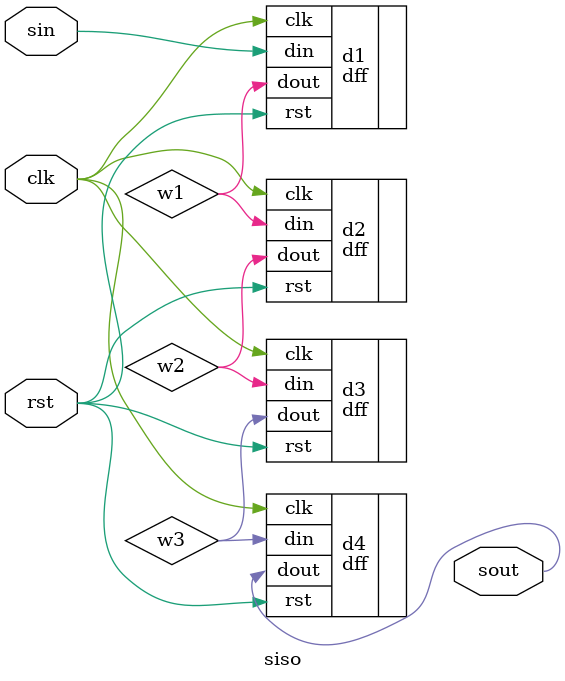
<source format=v>
`include "dff.v"
module siso(clk,rst,sin,sout);
input clk,rst,sin;
output sout;
dff d1(.clk(clk),.rst(rst),.din(sin),.dout(w1));
dff d2(.clk(clk),.rst(rst),.din(w1),.dout(w2));
dff d3(.clk(clk),.rst(rst),.din(w2),.dout(w3));
dff d4(.clk(clk),.rst(rst),.din(w3),.dout(sout));
endmodule

</source>
